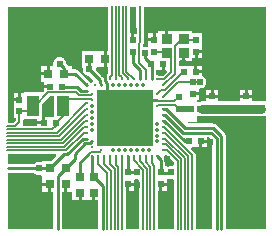
<source format=gtl>
G04*
G04 #@! TF.GenerationSoftware,Altium Limited,Altium Designer,19.0.10 (269)*
G04*
G04 Layer_Physical_Order=1*
G04 Layer_Color=255*
%FSLAX24Y24*%
%MOIN*%
G70*
G01*
G75*
%ADD10C,0.0098*%
%ADD12C,0.0079*%
%ADD13R,0.0236X0.0197*%
%ADD14R,0.0197X0.0236*%
%ADD15R,0.0256X0.0197*%
%ADD16R,0.0300X0.0300*%
%ADD17R,0.0315X0.0295*%
%ADD18R,0.0374X0.0335*%
%ADD19R,0.0295X0.0315*%
%ADD21R,0.1909X0.1909*%
%ADD22R,0.0394X0.0709*%
%ADD32C,0.0108*%
%ADD33C,0.0059*%
%ADD34C,0.0057*%
%ADD35C,0.0200*%
%ADD36C,0.0300*%
%ADD37C,0.0072*%
%ADD38C,0.0240*%
%ADD39C,0.0138*%
G36*
X372Y2817D02*
X316D01*
Y2598D01*
X216D01*
Y2817D01*
X169D01*
Y3708D01*
X372D01*
Y2817D01*
D02*
G37*
G36*
X4692Y550D02*
X4557D01*
X4550Y550D01*
X4237D01*
Y667D01*
X4039D01*
X3841D01*
Y550D01*
X3114D01*
Y667D01*
X2718D01*
Y550D01*
X2566D01*
X2538Y549D01*
X2510Y544D01*
X2483Y536D01*
X2457Y526D01*
X2452Y523D01*
X2407Y547D01*
X2417Y585D01*
X2464D01*
Y753D01*
X2266D01*
Y853D01*
X2464D01*
Y932D01*
X2486Y980D01*
X2515Y982D01*
X2543Y988D01*
X2570Y997D01*
X2596Y1010D01*
X2620Y1026D01*
X2642Y1045D01*
X2661Y1067D01*
X2677Y1091D01*
X2690Y1116D01*
X2699Y1144D01*
X2704Y1172D01*
X2706Y1201D01*
X2704Y1230D01*
X2699Y1258D01*
X2690Y1285D01*
X2677Y1311D01*
X2661Y1335D01*
X2642Y1357D01*
X2620Y1376D01*
X2596Y1392D01*
X2580Y1400D01*
Y1495D01*
X2362D01*
Y1545D01*
X2312D01*
Y1744D01*
X1803D01*
Y1906D01*
X1913D01*
Y2173D01*
X2013D01*
Y1906D01*
X2250D01*
Y1985D01*
X2328D01*
Y2203D01*
X2378D01*
Y2253D01*
X2576D01*
Y2379D01*
Y2815D01*
X2250D01*
Y2893D01*
X1442D01*
Y2626D01*
X1342D01*
Y2893D01*
X1105D01*
Y2815D01*
X1028D01*
Y2597D01*
X978D01*
Y2547D01*
X779D01*
Y2388D01*
X764Y2371D01*
X729Y2354D01*
X717Y2359D01*
X688Y2364D01*
X659Y2366D01*
X646Y2365D01*
X607Y2403D01*
X606Y2443D01*
X607Y2443D01*
X618Y2461D01*
X625Y2479D01*
X630Y2499D01*
X632Y2520D01*
Y3708D01*
X4692D01*
Y550D01*
D02*
G37*
G36*
X1320Y1593D02*
X1368D01*
X1389Y1543D01*
X1255Y1409D01*
X1166D01*
X1153Y1417D01*
X1130Y1427D01*
X1107Y1432D01*
X1083Y1434D01*
X1036Y1472D01*
Y1593D01*
X1220D01*
Y1791D01*
X1320D01*
Y1593D01*
D02*
G37*
G36*
X-555Y2216D02*
X-609D01*
Y1959D01*
Y1701D01*
X-555D01*
Y1483D01*
X-584Y1454D01*
X-597Y1439D01*
X-608Y1421D01*
X-616Y1402D01*
X-620Y1383D01*
X-622Y1363D01*
X-630Y1350D01*
X-639Y1327D01*
X-686Y1318D01*
X-692Y1320D01*
X-693Y1323D01*
X-706Y1343D01*
X-721Y1361D01*
X-971Y1611D01*
X-970Y1619D01*
X-972Y1648D01*
X-973Y1651D01*
X-943Y1701D01*
X-907D01*
Y1701D01*
X-709D01*
Y1959D01*
Y2216D01*
X-907D01*
Y2216D01*
X-943D01*
Y2216D01*
X-1439D01*
Y1701D01*
X-1439D01*
X-1409Y1651D01*
X-1410Y1648D01*
X-1411Y1619D01*
X-1410Y1590D01*
X-1404Y1562D01*
X-1395Y1535D01*
X-1382Y1509D01*
X-1366Y1485D01*
X-1347Y1463D01*
X-1325Y1444D01*
X-1301Y1428D01*
X-1275Y1415D01*
X-1248Y1406D01*
X-1220Y1400D01*
X-1191Y1398D01*
X-1183Y1399D01*
X-1057Y1273D01*
X-1056Y1251D01*
X-1067Y1213D01*
X-1075Y1208D01*
X-1094Y1192D01*
X-1101Y1183D01*
X-1132Y1177D01*
X-1162Y1183D01*
X-1170Y1192D01*
X-1189Y1208D01*
X-1200Y1215D01*
X-1558Y1572D01*
X-1575Y1588D01*
X-1595Y1600D01*
X-1617Y1609D01*
X-1640Y1614D01*
X-1663Y1616D01*
X-1770D01*
Y1724D01*
X-1886D01*
X-1897Y1742D01*
X-1912Y1759D01*
X-1955Y1803D01*
X-1955Y1811D01*
X-1957Y1840D01*
X-1962Y1868D01*
X-1972Y1895D01*
X-1984Y1921D01*
X-2000Y1945D01*
X-2019Y1967D01*
X-2041Y1986D01*
X-2065Y2002D01*
X-2091Y2015D01*
X-2118Y2024D01*
X-2146Y2030D01*
X-2175Y2032D01*
X-2204Y2030D01*
X-2232Y2024D01*
X-2260Y2015D01*
X-2285Y2002D01*
X-2309Y1986D01*
X-2331Y1967D01*
X-2350Y1945D01*
X-2366Y1921D01*
X-2379Y1895D01*
X-2388Y1868D01*
X-2394Y1840D01*
X-2396Y1811D01*
X-2394Y1782D01*
X-2392Y1774D01*
X-2418Y1733D01*
X-2431Y1724D01*
X-2499D01*
Y1467D01*
X-2549D01*
Y1417D01*
X-2797D01*
Y1209D01*
X-2708D01*
Y1083D01*
X-2490D01*
Y983D01*
X-2708D01*
Y881D01*
X-2719Y872D01*
X-2765Y858D01*
Y858D01*
X-2765Y858D01*
X-3359D01*
Y828D01*
X-3465D01*
Y610D01*
X-3515D01*
Y560D01*
X-3713D01*
Y392D01*
Y-2D01*
X-3645D01*
Y-73D01*
X-3711Y-140D01*
X-3905D01*
Y3708D01*
X-555D01*
Y2216D01*
D02*
G37*
G36*
X-2375Y31D02*
X-2658D01*
Y-167D01*
X-2708D01*
Y-217D01*
X-2926D01*
Y-256D01*
X-3394D01*
X-3412Y-206D01*
X-3410Y-203D01*
X-3399Y-186D01*
X-3391Y-167D01*
X-3386Y-147D01*
X-3385Y-127D01*
Y-90D01*
X-3359Y-51D01*
X-2926D01*
Y-117D01*
X-2758D01*
Y31D01*
X-2765D01*
Y458D01*
X-2503Y720D01*
X-2375D01*
Y31D01*
D02*
G37*
G36*
X-2290Y-1259D02*
X-2467Y-1435D01*
X-2760D01*
Y-1439D01*
X-2770Y-1451D01*
X-2810Y-1473D01*
X-2820Y-1470D01*
X-2848Y-1464D01*
X-2877Y-1463D01*
X-2906Y-1464D01*
X-2934Y-1470D01*
X-2961Y-1479D01*
X-2987Y-1492D01*
X-3011Y-1508D01*
X-3033Y-1527D01*
X-3038Y-1533D01*
X-3899D01*
X-3905Y-1528D01*
Y-1213D01*
X-2309D01*
X-2290Y-1259D01*
D02*
G37*
G36*
X1630Y-1479D02*
Y-1565D01*
X1623Y-1575D01*
X1580Y-1603D01*
X1574Y-1602D01*
X1545Y-1600D01*
X1516Y-1602D01*
X1488Y-1608D01*
X1461Y-1617D01*
X1439Y-1628D01*
X1430Y-1625D01*
X1389Y-1603D01*
Y-1603D01*
X1341Y-1600D01*
Y-1388D01*
X1339Y-1364D01*
X1333Y-1342D01*
X1324Y-1320D01*
X1312Y-1300D01*
X1299Y-1284D01*
X1367Y-1216D01*
X1630Y-1479D01*
D02*
G37*
G36*
X2457Y74D02*
X2483Y64D01*
X2510Y56D01*
X2538Y51D01*
X2566Y50D01*
X4550D01*
X4557Y50D01*
X4692D01*
Y-3708D01*
X3373D01*
X3365Y-3700D01*
Y-616D01*
X3365Y-616D01*
X3363Y-592D01*
X3358Y-569D01*
X3349Y-548D01*
X3337Y-528D01*
X3321Y-510D01*
X3321Y-510D01*
X3042Y-231D01*
X3025Y-216D01*
X3004Y-203D01*
X2983Y-194D01*
X2960Y-189D01*
X2937Y-187D01*
X2086D01*
X2079Y-178D01*
X2106Y-128D01*
X2392D01*
Y56D01*
X2414Y73D01*
X2442Y83D01*
X2457Y74D01*
D02*
G37*
G36*
X2910Y-742D02*
Y-3700D01*
X2903Y-3708D01*
X2361D01*
X2354Y-3701D01*
Y-1233D01*
X2353Y-1213D01*
X2348Y-1193D01*
X2340Y-1174D01*
X2330Y-1157D01*
X2316Y-1141D01*
X2207Y-1032D01*
X2227Y-986D01*
X2470D01*
Y-787D01*
X2520D01*
Y-737D01*
X2738D01*
Y-642D01*
X2810D01*
X2910Y-742D01*
D02*
G37*
G36*
X1461Y-2025D02*
X1488Y-2034D01*
X1516Y-2039D01*
X1545Y-2041D01*
X1574Y-2039D01*
X1580Y-2038D01*
X1623Y-2066D01*
X1630Y-2077D01*
Y-3701D01*
X1623Y-3708D01*
X1096D01*
X1090Y-3701D01*
Y-2433D01*
X1141D01*
Y-2215D01*
X1191D01*
Y-2165D01*
X1389D01*
Y-2041D01*
X1395Y-2035D01*
X1422Y-2019D01*
X1439Y-2014D01*
X1461Y-2025D01*
D02*
G37*
G36*
X375Y-2039D02*
X404Y-2041D01*
X430Y-2040D01*
X433Y-2040D01*
X480Y-2076D01*
Y-3701D01*
X473Y-3708D01*
X38D01*
X32Y-3701D01*
Y-2433D01*
X48D01*
Y-2215D01*
X98D01*
Y-2165D01*
X297D01*
Y-2069D01*
X299Y-2065D01*
X343Y-2034D01*
X346Y-2034D01*
X375Y-2039D01*
D02*
G37*
G36*
X-1921Y-2462D02*
X-1754D01*
Y-2748D01*
X-1546D01*
Y-2500D01*
X-1446D01*
Y-2748D01*
X-1083D01*
Y-2500D01*
X-983D01*
Y-2748D01*
X-888D01*
Y-3691D01*
X-904Y-3708D01*
X-2080D01*
X-2087Y-3701D01*
Y-2462D01*
X-2021D01*
Y-2215D01*
X-1921D01*
Y-2462D01*
D02*
G37*
G36*
X-3033Y-1839D02*
X-3011Y-1858D01*
X-2987Y-1874D01*
X-2961Y-1887D01*
X-2934Y-1896D01*
X-2906Y-1902D01*
X-2877Y-1904D01*
X-2848Y-1902D01*
X-2820Y-1896D01*
X-2810Y-1893D01*
X-2797Y-1900D01*
X-2760Y-1931D01*
Y-1967D01*
X-2760D01*
Y-2165D01*
X-2503D01*
Y-2215D01*
X-2453D01*
Y-2462D01*
X-2387D01*
Y-3701D01*
X-2394Y-3708D01*
X-3905D01*
Y-1838D01*
X-3899Y-1833D01*
X-3038D01*
X-3033Y-1839D01*
D02*
G37*
%LPC*%
G36*
X928Y2815D02*
X779D01*
Y2647D01*
X928D01*
Y2815D01*
D02*
G37*
G36*
X2576Y2153D02*
X2428D01*
Y1985D01*
X2576D01*
Y2153D01*
D02*
G37*
G36*
X2580Y1744D02*
X2412D01*
Y1595D01*
X2580D01*
Y1744D01*
D02*
G37*
G36*
X4237Y935D02*
X4089D01*
Y767D01*
X4237D01*
Y935D01*
D02*
G37*
G36*
X3114Y935D02*
X2966D01*
Y767D01*
X3114D01*
Y935D01*
D02*
G37*
G36*
X2866D02*
X2718D01*
Y767D01*
X2866D01*
Y935D01*
D02*
G37*
G36*
X3989Y935D02*
X3841D01*
Y767D01*
X3989D01*
Y935D01*
D02*
G37*
G36*
X-2599Y1724D02*
X-2797D01*
Y1517D01*
X-2599D01*
Y1724D01*
D02*
G37*
G36*
X-3565Y828D02*
X-3713D01*
Y660D01*
X-3565D01*
Y828D01*
D02*
G37*
G36*
X2738Y-837D02*
X2570D01*
Y-986D01*
X2738D01*
Y-837D01*
D02*
G37*
G36*
X1389Y-2265D02*
X1241D01*
Y-2433D01*
X1389D01*
Y-2265D01*
D02*
G37*
G36*
X297D02*
X148D01*
Y-2433D01*
X297D01*
Y-2265D01*
D02*
G37*
G36*
X-2553D02*
X-2760D01*
Y-2462D01*
X-2553D01*
Y-2265D01*
D02*
G37*
%LPD*%
D10*
X1310Y-98D02*
X1999Y-787D01*
X2126D01*
X1333Y98D02*
X1923Y-492D01*
X2872D01*
X1988Y-337D02*
X2937D01*
X1356Y295D02*
X1988Y-337D01*
X2872Y-492D02*
X3060Y-680D01*
X2937Y-337D02*
X3216Y-616D01*
X3060Y-3700D02*
Y-680D01*
X3216Y-3700D02*
Y-616D01*
X-591Y591D02*
X0Y0D01*
X-591Y591D02*
Y1083D01*
X-2877Y-1683D02*
X-2503D01*
X659Y2008D02*
Y2146D01*
Y2008D02*
X876Y1791D01*
X-2175Y1811D02*
X-2018Y1654D01*
Y1467D02*
Y1654D01*
X-2096Y1033D02*
X-1614D01*
X-1467Y886D01*
X-1280D01*
X-2018Y1467D02*
X-1663D01*
X-1280Y1083D01*
X-1191Y1619D02*
X-827Y1255D01*
X-1191Y1619D02*
Y1959D01*
X-827Y1152D02*
X-787Y1113D01*
Y1083D02*
Y1113D01*
X-827Y1152D02*
Y1255D01*
X-653Y1213D02*
Y1434D01*
Y1213D02*
X-591Y1151D01*
Y1083D02*
Y1151D01*
X266Y1830D02*
X492Y1604D01*
X266Y1830D02*
Y2205D01*
X98Y-1821D02*
X404D01*
X591Y591D02*
X1083D01*
X0Y0D02*
X236Y236D01*
X591Y591D01*
X-1917Y-1220D02*
X-1386Y-689D01*
X-1280D01*
X-2237Y-3701D02*
Y-1949D01*
X-1971Y-1683D01*
X-1666Y-1378D01*
X-1113Y-787D02*
X-1083D01*
X-1175Y-850D02*
X-1113Y-787D01*
X-1327Y-850D02*
X-1175D01*
X98Y-1821D02*
Y-1280D01*
X1083D02*
X1191Y-1388D01*
Y-1821D02*
Y-1388D01*
Y-1821D02*
X1211Y-1841D01*
X1280Y98D02*
X1333D01*
X1280Y295D02*
X1356D01*
X1280Y-98D02*
X1310D01*
X492Y1280D02*
Y1604D01*
X886Y1280D02*
Y1781D01*
X876Y1791D02*
X886Y1781D01*
X1211Y-1841D02*
X1545D01*
X-1083Y-1919D02*
X-1033Y-1969D01*
X-1083Y-1919D02*
Y-1280D01*
X-1496Y-1969D02*
Y-1484D01*
X-1243Y-1231D01*
X-1033Y-1969D02*
X-738Y-2264D01*
Y-3691D02*
Y-2264D01*
X-1666Y-1378D02*
Y-1189D01*
X-1327Y-850D01*
X-2503Y-1683D02*
X-2040Y-1220D01*
X-1917D01*
X-3899Y-1683D02*
X-2877D01*
D12*
X-886Y-1535D02*
Y-1280D01*
X-689Y-1535D02*
Y-1280D01*
Y-1535D02*
X-457Y-1768D01*
Y-3701D02*
Y-1768D01*
X-886Y-1535D02*
X-593Y-1829D01*
Y-3701D02*
Y-1829D01*
D13*
X2520Y-787D02*
D03*
X2126D02*
D03*
X2362Y1545D02*
D03*
X1969D02*
D03*
X876Y1791D02*
D03*
X1270D02*
D03*
X-2096Y1033D02*
D03*
X-2490D02*
D03*
X-2314Y-167D02*
D03*
X-2708D02*
D03*
D14*
X4039Y323D02*
D03*
Y717D02*
D03*
X1792Y699D02*
D03*
Y305D02*
D03*
X2266Y803D02*
D03*
Y1197D02*
D03*
X2916Y717D02*
D03*
Y323D02*
D03*
X1191Y-1821D02*
D03*
Y-2215D02*
D03*
X98Y-1821D02*
D03*
Y-2215D02*
D03*
X2378Y2597D02*
D03*
Y2203D02*
D03*
X978Y2203D02*
D03*
Y2597D02*
D03*
X266Y2205D02*
D03*
Y2598D02*
D03*
X-3515Y217D02*
D03*
Y610D02*
D03*
D15*
X2539Y302D02*
D03*
X2165Y302D02*
D03*
D16*
X4550Y300D02*
D03*
D17*
X-1971Y-2215D02*
D03*
Y-1683D02*
D03*
X-2503Y-2215D02*
D03*
Y-1683D02*
D03*
X-1496Y-2500D02*
D03*
Y-1969D02*
D03*
X-1033Y-2500D02*
D03*
Y-1969D02*
D03*
D18*
X1392Y2173D02*
D03*
Y2626D02*
D03*
X1963D02*
D03*
Y2173D02*
D03*
D19*
X-2549Y1467D02*
D03*
X-2018D02*
D03*
X-1191Y1959D02*
D03*
X-659D02*
D03*
D21*
X0Y0D02*
D03*
D22*
X-2078Y404D02*
D03*
X-3062D02*
D03*
D32*
X886Y1280D02*
D03*
X-492D02*
D03*
X-295D02*
D03*
X-98D02*
D03*
X98D02*
D03*
X295D02*
D03*
X492D02*
D03*
X689D02*
D03*
X1083D02*
D03*
X-1280Y1083D02*
D03*
X-984D02*
D03*
X-787D02*
D03*
X-591D02*
D03*
X-394D02*
D03*
X-197D02*
D03*
X0D02*
D03*
X197D02*
D03*
X394D02*
D03*
X591D02*
D03*
X1280D02*
D03*
X1083Y787D02*
D03*
X-1280Y886D02*
D03*
X-1083Y787D02*
D03*
X1280Y689D02*
D03*
X-1083Y591D02*
D03*
X1083D02*
D03*
X-1280Y492D02*
D03*
X-1083Y394D02*
D03*
X1083D02*
D03*
X-1280Y295D02*
D03*
X1280D02*
D03*
X-1083Y197D02*
D03*
X-1280Y98D02*
D03*
X1280D02*
D03*
X-1083Y0D02*
D03*
X-1280Y-98D02*
D03*
X1280D02*
D03*
X-1083Y-197D02*
D03*
X1083D02*
D03*
X-1280Y-295D02*
D03*
X1280D02*
D03*
X-1083Y-394D02*
D03*
X1083D02*
D03*
X-1280Y-492D02*
D03*
X1280D02*
D03*
X1083Y-591D02*
D03*
X-1280Y-689D02*
D03*
X1280D02*
D03*
X-1083Y-787D02*
D03*
X1083D02*
D03*
X1280Y-886D02*
D03*
X-1083Y-984D02*
D03*
X-787Y-1083D02*
D03*
X-394D02*
D03*
X-197D02*
D03*
X0D02*
D03*
X197D02*
D03*
X394D02*
D03*
X591D02*
D03*
X787D02*
D03*
X1280D02*
D03*
X-1083Y-1280D02*
D03*
X-886D02*
D03*
X-689D02*
D03*
X-492D02*
D03*
X-295D02*
D03*
X-98D02*
D03*
X98D02*
D03*
X295D02*
D03*
X492D02*
D03*
X689D02*
D03*
X886D02*
D03*
X1083D02*
D03*
D33*
X1287Y-295D02*
X2225Y-1233D01*
X1320Y-492D02*
X2108Y-1281D01*
X1352Y-689D02*
X1992Y-1329D01*
X1385Y-886D02*
X1876Y-1377D01*
X1417Y-1083D02*
X1760Y-1425D01*
X1319Y915D02*
X1949Y1545D01*
X1280Y712D02*
X1769Y1201D01*
X2486D01*
X1760Y-3701D02*
Y-1425D01*
X1876Y-3701D02*
Y-1377D01*
X1992Y-3701D02*
Y-1329D01*
X2225Y-3701D02*
Y-1233D01*
X2108Y-3701D02*
Y-1281D01*
X-2276Y-502D02*
X-1282Y492D01*
X-3917Y-502D02*
X-2276D01*
X-3917Y-386D02*
X-2444D01*
X-3515Y-127D02*
Y217D01*
X-3917Y-270D02*
X-3658D01*
X-3515Y-127D01*
X295Y1280D02*
Y1283D01*
X39Y1539D02*
X295Y1283D01*
X98Y1280D02*
Y1316D01*
X-77Y1491D02*
X98Y1316D01*
X-77Y1491D02*
Y3720D01*
X-193Y1443D02*
Y3720D01*
Y1443D02*
X-98Y1348D01*
X-309Y1293D02*
Y3720D01*
Y1293D02*
X-295Y1280D01*
X39Y1539D02*
Y3720D01*
X-425Y1429D02*
Y3720D01*
X-492Y1362D02*
X-425Y1429D01*
X453Y1835D02*
Y2470D01*
X502Y2520D02*
Y3722D01*
X453Y2470D02*
X502Y2520D01*
X-3917Y-618D02*
X-2195D01*
X-3917Y-734D02*
X-2142D01*
X-2444Y-386D02*
X-2314Y-256D01*
Y-167D01*
X-3917Y-1083D02*
X-1972D01*
X-1381Y-492D02*
X-1280D01*
X-1972Y-1083D02*
X-1381Y-492D01*
X-3917Y-967D02*
X-2020D01*
X-1348Y-295D01*
X-1280D01*
X-3917Y-850D02*
X-2071D01*
X-1319Y-98D02*
X-1280D01*
X-2071Y-850D02*
X-1319Y-98D01*
X-1309Y98D02*
X-1280D01*
X-2142Y-734D02*
X-1309Y98D01*
X-2195Y-618D02*
X-1282Y295D01*
X-1280D01*
X-1282Y492D02*
X-1280D01*
X453Y1835D02*
X689Y1599D01*
X1309Y1280D02*
X1545Y1516D01*
Y2020D01*
X1673Y1476D02*
Y2402D01*
X1392Y2173D02*
X1545Y2020D01*
X1363Y2203D02*
X1392Y2173D01*
X689Y1280D02*
Y1599D01*
X-98Y1280D02*
Y1348D01*
X-492Y1280D02*
Y1362D01*
X978Y2203D02*
X1363D01*
X1868Y2597D02*
X2378D01*
X1673Y2402D02*
X1868Y2597D01*
X1280Y689D02*
Y712D01*
X1213Y915D02*
X1319D01*
X1083Y787D02*
X1085D01*
X1213Y915D01*
X1280Y1083D02*
X1673Y1476D01*
X1083Y1280D02*
X1309D01*
X-98Y-3701D02*
Y-1280D01*
X-492Y-1535D02*
X-331Y-1697D01*
Y-3701D02*
Y-1697D01*
X-492Y-1535D02*
Y-1280D01*
X-295Y-1568D02*
X-215Y-1649D01*
Y-3701D02*
Y-1649D01*
X-295Y-1568D02*
Y-1280D01*
X295Y-1420D02*
Y-1280D01*
Y-1420D02*
X610Y-1735D01*
Y-3701D02*
Y-1735D01*
X492Y-1453D02*
X727Y-1688D01*
Y-3701D02*
Y-1688D01*
X492Y-1453D02*
Y-1280D01*
X689Y-1486D02*
X843Y-1640D01*
X689Y-1486D02*
Y-1280D01*
X843Y-3701D02*
Y-1640D01*
X886Y-1518D02*
X960Y-1592D01*
Y-3701D02*
Y-1592D01*
X886Y-1518D02*
Y-1280D01*
X1280Y-1083D02*
X1417D01*
X1280Y-492D02*
X1320D01*
X1280Y-886D02*
X1385D01*
X1280Y-689D02*
X1352D01*
X1280Y-295D02*
X1287D01*
D34*
X1642Y549D02*
X1792Y699D01*
X1124Y549D02*
X1642D01*
X1124Y435D02*
X1662D01*
X1793Y303D01*
X1795Y301D01*
X-3062Y404D02*
X-3002D01*
X-2556Y849D01*
X-1849Y632D02*
X-1124D01*
X-2556Y849D02*
X-1621D01*
X-3515Y217D02*
X-3249D01*
X-3062Y404D01*
X-2078Y69D02*
Y404D01*
X-2314Y-167D02*
X-2078Y69D01*
Y404D02*
X-1849Y632D01*
X-1514Y746D02*
X-1124D01*
X-1519Y751D02*
X-1514Y746D01*
X-1522Y751D02*
X-1519D01*
X-1621Y849D02*
X-1522Y751D01*
X-1124Y746D02*
X-1083Y787D01*
X-1124Y632D02*
X-1083Y591D01*
X1083D02*
X1124Y549D01*
X1083Y394D02*
X1124Y435D01*
D35*
X1793Y303D02*
X2145D01*
D36*
X2566Y300D02*
X4550D01*
D37*
X-1243Y-1231D02*
X-1144Y-1132D01*
X-837D01*
X-787Y-1083D01*
D38*
X1949Y1841D02*
D03*
X3490Y-3590D02*
D03*
Y-2590D02*
D03*
X2472D02*
D03*
Y-3590D02*
D03*
X2825Y-797D02*
D03*
X3570Y3590D02*
D03*
X757D02*
D03*
Y2953D02*
D03*
X1390Y3020D02*
D03*
X2710Y2210D02*
D03*
X2700Y1550D02*
D03*
X2486Y1201D02*
D03*
X2590Y700D02*
D03*
X2569Y-39D02*
D03*
X4566Y-79D02*
D03*
X4566Y679D02*
D03*
X2910Y1050D02*
D03*
X4570Y-3590D02*
D03*
Y-2590D02*
D03*
Y-1590D02*
D03*
X2472D02*
D03*
X3490D02*
D03*
Y-590D02*
D03*
X4570D02*
D03*
X2570Y3590D02*
D03*
X4570D02*
D03*
X1570D02*
D03*
X4570Y2590D02*
D03*
X3570D02*
D03*
X4570Y1590D02*
D03*
X3570D02*
D03*
X3566Y679D02*
D03*
X3566Y-79D02*
D03*
X295Y2904D02*
D03*
X1496Y-2234D02*
D03*
X1208Y-3590D02*
D03*
X260D02*
D03*
X148Y-2559D02*
D03*
X-1043Y-2864D02*
D03*
X-1516D02*
D03*
X-1020Y-3590D02*
D03*
X-1970D02*
D03*
X-1912Y-2559D02*
D03*
X-2503D02*
D03*
X-2500Y-3590D02*
D03*
X-3790Y-60D02*
D03*
X-2619Y394D02*
D03*
X-2835Y1033D02*
D03*
X-2913Y1467D02*
D03*
X-787Y2559D02*
D03*
X-2559Y2362D02*
D03*
X-719Y3590D02*
D03*
X-1575D02*
D03*
X-2559D02*
D03*
X-3790D02*
D03*
Y2362D02*
D03*
Y984D02*
D03*
Y-2470D02*
D03*
Y-3590D02*
D03*
X-2877Y-1683D02*
D03*
X-3062Y-157D02*
D03*
X659Y2146D02*
D03*
X1201Y1496D02*
D03*
X-2175Y1811D02*
D03*
X-709Y1457D02*
D03*
X404Y-1821D02*
D03*
X1545Y-1821D02*
D03*
X404Y-2244D02*
D03*
X1211Y-2550D02*
D03*
X1417Y-1378D02*
D03*
X-3790Y-1330D02*
D03*
X-2542D02*
D03*
X-709Y709D02*
D03*
X-236D02*
D03*
X236D02*
D03*
X709D02*
D03*
X-709Y236D02*
D03*
X-236D02*
D03*
X236D02*
D03*
X709D02*
D03*
X-709Y-236D02*
D03*
X-236D02*
D03*
X236D02*
D03*
X709D02*
D03*
X-709Y-709D02*
D03*
X-236D02*
D03*
X236D02*
D03*
X709D02*
D03*
X-1610Y1760D02*
D03*
X-1580Y2520D02*
D03*
X-1191Y1619D02*
D03*
D39*
X-1083Y394D02*
D03*
Y-394D02*
D03*
Y-197D02*
D03*
Y0D02*
D03*
Y197D02*
D03*
X787Y-1083D02*
D03*
X394D02*
D03*
X591D02*
D03*
X1083Y-197D02*
D03*
X1083Y-394D02*
D03*
Y-591D02*
D03*
Y-787D02*
D03*
X-394Y-1083D02*
D03*
X-197D02*
D03*
X0Y-1083D02*
D03*
X-394Y1083D02*
D03*
X-197D02*
D03*
X0D02*
D03*
X197D02*
D03*
X394D02*
D03*
X591D02*
D03*
X197Y-1083D02*
D03*
M02*

</source>
